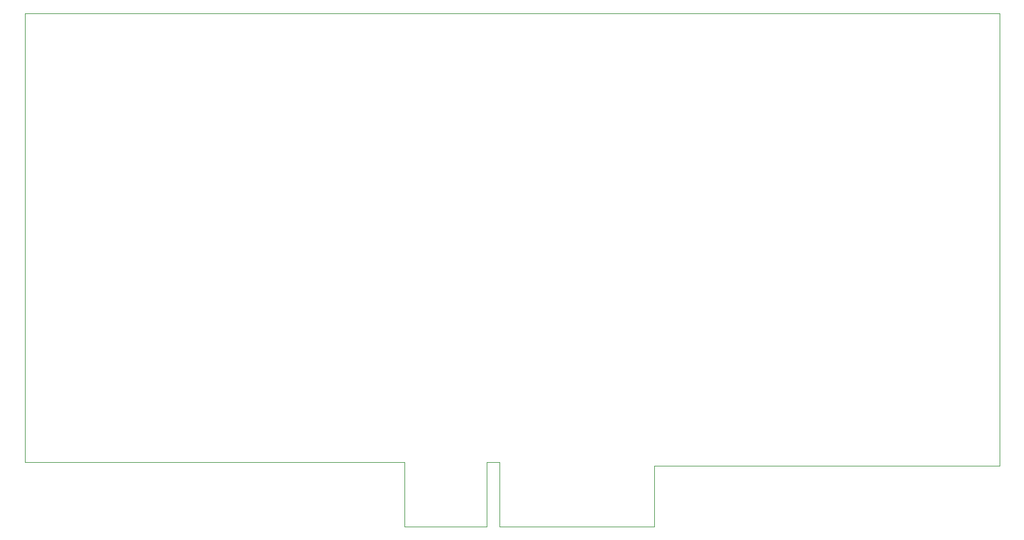
<source format=gm1>
G04 #@! TF.FileFunction,Profile,NP*
%FSLAX46Y46*%
G04 Gerber Fmt 4.6, Leading zero omitted, Abs format (unit mm)*
G04 Created by KiCad (PCBNEW 4.0.2+dfsg1-stable) date gio 27 giu 2019 15:00:49 CEST*
%MOMM*%
G01*
G04 APERTURE LIST*
%ADD10C,0.100000*%
G04 APERTURE END LIST*
D10*
X78000000Y-54000000D02*
X90750000Y-54000000D01*
X78000000Y-116500000D02*
X78000000Y-54000000D01*
X130750000Y-116500000D02*
X78000000Y-116500000D01*
X130750000Y-125500000D02*
X130750000Y-116500000D01*
X142250000Y-125500000D02*
X130750000Y-125500000D01*
X142250000Y-116500000D02*
X142250000Y-125500000D01*
X144000000Y-116500000D02*
X142250000Y-116500000D01*
X144000000Y-125500000D02*
X144000000Y-116500000D01*
X165500000Y-125500000D02*
X144000000Y-125500000D01*
X165500000Y-117000000D02*
X165500000Y-125500000D01*
X213500000Y-117000000D02*
X165500000Y-117000000D01*
X213500000Y-54000000D02*
X90750000Y-54000000D01*
X213500000Y-117000000D02*
X213500000Y-54000000D01*
M02*

</source>
